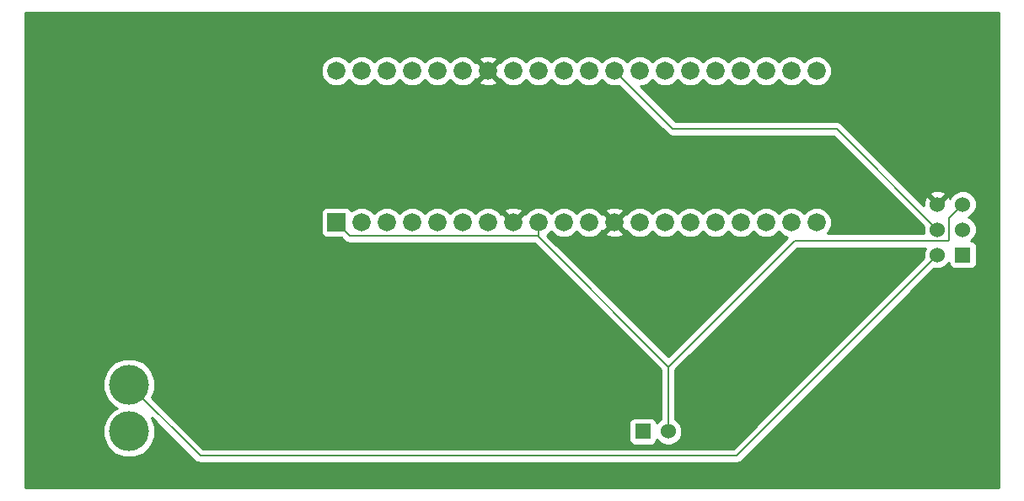
<source format=gbl>
G04 (created by PCBNEW-RS274X (2012-01-18 BZR 3371)-testing) date Sat 16 Jun 2012 05:28:33 AM EDT*
G01*
G70*
G90*
%MOIN*%
G04 Gerber Fmt 3.4, Leading zero omitted, Abs format*
%FSLAX34Y34*%
G04 APERTURE LIST*
%ADD10C,0.006000*%
%ADD11R,0.060000X0.060000*%
%ADD12C,0.060000*%
%ADD13C,0.157500*%
%ADD14R,0.072000X0.072000*%
%ADD15C,0.072000*%
%ADD16C,0.008000*%
%ADD17C,0.010000*%
G04 APERTURE END LIST*
G54D10*
G54D11*
X61130Y-27732D03*
G54D12*
X60130Y-27732D03*
X61130Y-26732D03*
X60130Y-26732D03*
X61130Y-25732D03*
X60130Y-25732D03*
G54D11*
X48477Y-34722D03*
G54D12*
X49477Y-34722D03*
G54D13*
X28150Y-32874D03*
X28150Y-34724D03*
G54D14*
X36350Y-26450D03*
G54D15*
X37350Y-20450D03*
X36350Y-20450D03*
X38350Y-20450D03*
X55350Y-20450D03*
X54350Y-20450D03*
X53350Y-20450D03*
X52350Y-20450D03*
X51350Y-20450D03*
X50350Y-20450D03*
X49350Y-20450D03*
X48350Y-20450D03*
X47350Y-20450D03*
X46350Y-20450D03*
X45350Y-20450D03*
X44350Y-20450D03*
X43350Y-20450D03*
X41350Y-20450D03*
X42350Y-20450D03*
X40350Y-20450D03*
X39350Y-20450D03*
X55350Y-26450D03*
X37350Y-26450D03*
X38350Y-26450D03*
X39350Y-26450D03*
X40350Y-26450D03*
X41350Y-26450D03*
X42350Y-26450D03*
X43350Y-26450D03*
X44350Y-26450D03*
X45350Y-26450D03*
X46350Y-26450D03*
X47350Y-26450D03*
X48350Y-26450D03*
X49350Y-26450D03*
X50350Y-26450D03*
X51350Y-26450D03*
X52350Y-26450D03*
X53350Y-26450D03*
X54350Y-26450D03*
G54D16*
X56151Y-22753D02*
X60130Y-26732D01*
X49653Y-22753D02*
X56151Y-22753D01*
X47350Y-20450D02*
X49653Y-22753D01*
X49477Y-32167D02*
X49477Y-34722D01*
X44306Y-26996D02*
X49477Y-32167D01*
X49477Y-32167D02*
X54468Y-27176D01*
X54468Y-27176D02*
X60564Y-27176D01*
X60564Y-27176D02*
X60586Y-27154D01*
X60586Y-27154D02*
X60586Y-26276D01*
X44306Y-26996D02*
X36896Y-26996D01*
X36896Y-26996D02*
X36350Y-26450D01*
X44350Y-26450D02*
X44350Y-26952D01*
X44350Y-26952D02*
X44306Y-26996D01*
X60586Y-26276D02*
X61130Y-25732D01*
X52169Y-35693D02*
X60130Y-27732D01*
X30969Y-35693D02*
X52169Y-35693D01*
X28150Y-32874D02*
X30969Y-35693D01*
G54D10*
G36*
X62548Y-36958D02*
X61679Y-36958D01*
X61679Y-28082D01*
X61679Y-27983D01*
X61679Y-27383D01*
X61641Y-27291D01*
X61571Y-27221D01*
X61480Y-27183D01*
X61455Y-27183D01*
X61595Y-27043D01*
X61679Y-26841D01*
X61679Y-26623D01*
X61595Y-26421D01*
X61441Y-26267D01*
X61356Y-26232D01*
X61441Y-26197D01*
X61595Y-26043D01*
X61679Y-25841D01*
X61679Y-25623D01*
X61595Y-25421D01*
X61441Y-25267D01*
X61239Y-25183D01*
X61021Y-25183D01*
X60819Y-25267D01*
X60665Y-25421D01*
X60632Y-25499D01*
X60610Y-25446D01*
X60515Y-25417D01*
X60445Y-25487D01*
X60445Y-25347D01*
X60416Y-25252D01*
X60211Y-25179D01*
X59993Y-25190D01*
X59844Y-25252D01*
X59815Y-25347D01*
X60130Y-25661D01*
X60445Y-25347D01*
X60445Y-25487D01*
X60201Y-25732D01*
X60130Y-25803D01*
X60059Y-25732D01*
X60024Y-25697D01*
X59745Y-25417D01*
X59650Y-25446D01*
X59577Y-25651D01*
X59583Y-25775D01*
X56356Y-22548D01*
X56262Y-22485D01*
X56151Y-22463D01*
X49773Y-22463D01*
X48369Y-21059D01*
X48471Y-21059D01*
X48695Y-20966D01*
X48850Y-20811D01*
X49005Y-20966D01*
X49229Y-21059D01*
X49471Y-21059D01*
X49695Y-20966D01*
X49850Y-20811D01*
X50005Y-20966D01*
X50229Y-21059D01*
X50471Y-21059D01*
X50695Y-20966D01*
X50850Y-20811D01*
X51005Y-20966D01*
X51229Y-21059D01*
X51471Y-21059D01*
X51695Y-20966D01*
X51850Y-20811D01*
X52005Y-20966D01*
X52229Y-21059D01*
X52471Y-21059D01*
X52695Y-20966D01*
X52850Y-20811D01*
X53005Y-20966D01*
X53229Y-21059D01*
X53471Y-21059D01*
X53695Y-20966D01*
X53850Y-20811D01*
X54005Y-20966D01*
X54229Y-21059D01*
X54471Y-21059D01*
X54695Y-20966D01*
X54850Y-20811D01*
X55005Y-20966D01*
X55229Y-21059D01*
X55471Y-21059D01*
X55695Y-20966D01*
X55866Y-20795D01*
X55959Y-20571D01*
X55959Y-20329D01*
X55866Y-20105D01*
X55695Y-19934D01*
X55471Y-19841D01*
X55229Y-19841D01*
X55005Y-19934D01*
X54850Y-20089D01*
X54695Y-19934D01*
X54471Y-19841D01*
X54229Y-19841D01*
X54005Y-19934D01*
X53850Y-20089D01*
X53695Y-19934D01*
X53471Y-19841D01*
X53229Y-19841D01*
X53005Y-19934D01*
X52850Y-20089D01*
X52695Y-19934D01*
X52471Y-19841D01*
X52229Y-19841D01*
X52005Y-19934D01*
X51850Y-20089D01*
X51695Y-19934D01*
X51471Y-19841D01*
X51229Y-19841D01*
X51005Y-19934D01*
X50850Y-20089D01*
X50695Y-19934D01*
X50471Y-19841D01*
X50229Y-19841D01*
X50005Y-19934D01*
X49850Y-20089D01*
X49695Y-19934D01*
X49471Y-19841D01*
X49229Y-19841D01*
X49005Y-19934D01*
X48850Y-20089D01*
X48695Y-19934D01*
X48471Y-19841D01*
X48229Y-19841D01*
X48005Y-19934D01*
X47850Y-20089D01*
X47695Y-19934D01*
X47471Y-19841D01*
X47229Y-19841D01*
X47005Y-19934D01*
X46850Y-20089D01*
X46695Y-19934D01*
X46471Y-19841D01*
X46229Y-19841D01*
X46005Y-19934D01*
X45850Y-20089D01*
X45695Y-19934D01*
X45471Y-19841D01*
X45229Y-19841D01*
X45005Y-19934D01*
X44850Y-20089D01*
X44695Y-19934D01*
X44471Y-19841D01*
X44229Y-19841D01*
X44005Y-19934D01*
X43850Y-20089D01*
X43695Y-19934D01*
X43471Y-19841D01*
X43229Y-19841D01*
X43005Y-19934D01*
X42834Y-20105D01*
X42831Y-20110D01*
X42779Y-20092D01*
X42708Y-20163D01*
X42708Y-20021D01*
X42673Y-19920D01*
X42445Y-19837D01*
X42204Y-19847D01*
X42027Y-19920D01*
X41992Y-20021D01*
X42350Y-20379D01*
X42708Y-20021D01*
X42708Y-20163D01*
X42421Y-20450D01*
X42779Y-20808D01*
X42831Y-20789D01*
X42834Y-20795D01*
X43005Y-20966D01*
X43229Y-21059D01*
X43471Y-21059D01*
X43695Y-20966D01*
X43850Y-20811D01*
X44005Y-20966D01*
X44229Y-21059D01*
X44471Y-21059D01*
X44695Y-20966D01*
X44850Y-20811D01*
X45005Y-20966D01*
X45229Y-21059D01*
X45471Y-21059D01*
X45695Y-20966D01*
X45850Y-20811D01*
X46005Y-20966D01*
X46229Y-21059D01*
X46471Y-21059D01*
X46695Y-20966D01*
X46850Y-20811D01*
X47005Y-20966D01*
X47229Y-21059D01*
X47471Y-21059D01*
X47526Y-21036D01*
X49447Y-22957D01*
X49448Y-22958D01*
X49541Y-23020D01*
X49542Y-23021D01*
X49652Y-23042D01*
X49653Y-23043D01*
X56031Y-23043D01*
X59589Y-26601D01*
X59581Y-26623D01*
X59581Y-26841D01*
X59599Y-26886D01*
X55775Y-26886D01*
X55866Y-26795D01*
X55959Y-26571D01*
X55959Y-26329D01*
X55866Y-26105D01*
X55695Y-25934D01*
X55471Y-25841D01*
X55229Y-25841D01*
X55005Y-25934D01*
X54850Y-26089D01*
X54695Y-25934D01*
X54471Y-25841D01*
X54229Y-25841D01*
X54005Y-25934D01*
X53850Y-26089D01*
X53695Y-25934D01*
X53471Y-25841D01*
X53229Y-25841D01*
X53005Y-25934D01*
X52850Y-26089D01*
X52695Y-25934D01*
X52471Y-25841D01*
X52229Y-25841D01*
X52005Y-25934D01*
X51850Y-26089D01*
X51695Y-25934D01*
X51471Y-25841D01*
X51229Y-25841D01*
X51005Y-25934D01*
X50850Y-26089D01*
X50695Y-25934D01*
X50471Y-25841D01*
X50229Y-25841D01*
X50005Y-25934D01*
X49850Y-26089D01*
X49695Y-25934D01*
X49471Y-25841D01*
X49229Y-25841D01*
X49005Y-25934D01*
X48850Y-26089D01*
X48695Y-25934D01*
X48471Y-25841D01*
X48229Y-25841D01*
X48005Y-25934D01*
X47834Y-26105D01*
X47831Y-26110D01*
X47779Y-26092D01*
X47708Y-26163D01*
X47708Y-26021D01*
X47673Y-25920D01*
X47445Y-25837D01*
X47204Y-25847D01*
X47027Y-25920D01*
X46992Y-26021D01*
X47350Y-26379D01*
X47708Y-26021D01*
X47708Y-26163D01*
X47421Y-26450D01*
X47779Y-26808D01*
X47831Y-26789D01*
X47834Y-26795D01*
X48005Y-26966D01*
X48229Y-27059D01*
X48471Y-27059D01*
X48695Y-26966D01*
X48850Y-26811D01*
X49005Y-26966D01*
X49229Y-27059D01*
X49471Y-27059D01*
X49695Y-26966D01*
X49850Y-26811D01*
X50005Y-26966D01*
X50229Y-27059D01*
X50471Y-27059D01*
X50695Y-26966D01*
X50850Y-26811D01*
X51005Y-26966D01*
X51229Y-27059D01*
X51471Y-27059D01*
X51695Y-26966D01*
X51850Y-26811D01*
X52005Y-26966D01*
X52229Y-27059D01*
X52471Y-27059D01*
X52695Y-26966D01*
X52850Y-26811D01*
X53005Y-26966D01*
X53229Y-27059D01*
X53471Y-27059D01*
X53695Y-26966D01*
X53850Y-26811D01*
X54005Y-26966D01*
X54190Y-27043D01*
X49477Y-31757D01*
X47708Y-29988D01*
X47708Y-26879D01*
X47350Y-26521D01*
X46992Y-26879D01*
X47027Y-26980D01*
X47255Y-27063D01*
X47496Y-27053D01*
X47673Y-26980D01*
X47708Y-26879D01*
X47708Y-29988D01*
X44688Y-26968D01*
X44695Y-26966D01*
X44850Y-26811D01*
X45005Y-26966D01*
X45229Y-27059D01*
X45471Y-27059D01*
X45695Y-26966D01*
X45850Y-26811D01*
X46005Y-26966D01*
X46229Y-27059D01*
X46471Y-27059D01*
X46695Y-26966D01*
X46866Y-26795D01*
X46868Y-26789D01*
X46921Y-26808D01*
X47279Y-26450D01*
X46921Y-26092D01*
X46868Y-26110D01*
X46866Y-26105D01*
X46695Y-25934D01*
X46471Y-25841D01*
X46229Y-25841D01*
X46005Y-25934D01*
X45850Y-26089D01*
X45695Y-25934D01*
X45471Y-25841D01*
X45229Y-25841D01*
X45005Y-25934D01*
X44850Y-26089D01*
X44695Y-25934D01*
X44471Y-25841D01*
X44229Y-25841D01*
X44005Y-25934D01*
X43834Y-26105D01*
X43831Y-26110D01*
X43779Y-26092D01*
X43708Y-26163D01*
X43708Y-26021D01*
X43673Y-25920D01*
X43445Y-25837D01*
X43204Y-25847D01*
X43027Y-25920D01*
X42992Y-26021D01*
X43350Y-26379D01*
X43708Y-26021D01*
X43708Y-26163D01*
X43456Y-26415D01*
X43421Y-26450D01*
X43350Y-26521D01*
X43279Y-26450D01*
X43244Y-26415D01*
X42921Y-26092D01*
X42868Y-26110D01*
X42866Y-26105D01*
X42708Y-25947D01*
X42708Y-20879D01*
X42350Y-20521D01*
X42279Y-20592D01*
X42279Y-20450D01*
X41921Y-20092D01*
X41868Y-20110D01*
X41866Y-20105D01*
X41695Y-19934D01*
X41471Y-19841D01*
X41229Y-19841D01*
X41005Y-19934D01*
X40850Y-20089D01*
X40695Y-19934D01*
X40471Y-19841D01*
X40229Y-19841D01*
X40005Y-19934D01*
X39850Y-20089D01*
X39695Y-19934D01*
X39471Y-19841D01*
X39229Y-19841D01*
X39005Y-19934D01*
X38850Y-20089D01*
X38695Y-19934D01*
X38471Y-19841D01*
X38229Y-19841D01*
X38005Y-19934D01*
X37850Y-20089D01*
X37695Y-19934D01*
X37471Y-19841D01*
X37229Y-19841D01*
X37005Y-19934D01*
X36850Y-20089D01*
X36695Y-19934D01*
X36471Y-19841D01*
X36229Y-19841D01*
X36005Y-19934D01*
X35834Y-20105D01*
X35741Y-20329D01*
X35741Y-20571D01*
X35834Y-20795D01*
X36005Y-20966D01*
X36229Y-21059D01*
X36471Y-21059D01*
X36695Y-20966D01*
X36850Y-20811D01*
X37005Y-20966D01*
X37229Y-21059D01*
X37471Y-21059D01*
X37695Y-20966D01*
X37850Y-20811D01*
X38005Y-20966D01*
X38229Y-21059D01*
X38471Y-21059D01*
X38695Y-20966D01*
X38850Y-20811D01*
X39005Y-20966D01*
X39229Y-21059D01*
X39471Y-21059D01*
X39695Y-20966D01*
X39850Y-20811D01*
X40005Y-20966D01*
X40229Y-21059D01*
X40471Y-21059D01*
X40695Y-20966D01*
X40850Y-20811D01*
X41005Y-20966D01*
X41229Y-21059D01*
X41471Y-21059D01*
X41695Y-20966D01*
X41866Y-20795D01*
X41868Y-20789D01*
X41921Y-20808D01*
X42279Y-20450D01*
X42279Y-20592D01*
X41992Y-20879D01*
X42027Y-20980D01*
X42255Y-21063D01*
X42496Y-21053D01*
X42673Y-20980D01*
X42708Y-20879D01*
X42708Y-25947D01*
X42695Y-25934D01*
X42471Y-25841D01*
X42229Y-25841D01*
X42005Y-25934D01*
X41850Y-26089D01*
X41695Y-25934D01*
X41471Y-25841D01*
X41229Y-25841D01*
X41005Y-25934D01*
X40850Y-26089D01*
X40695Y-25934D01*
X40471Y-25841D01*
X40229Y-25841D01*
X40005Y-25934D01*
X39850Y-26089D01*
X39695Y-25934D01*
X39471Y-25841D01*
X39229Y-25841D01*
X39005Y-25934D01*
X38850Y-26089D01*
X38695Y-25934D01*
X38471Y-25841D01*
X38229Y-25841D01*
X38005Y-25934D01*
X37850Y-26089D01*
X37695Y-25934D01*
X37471Y-25841D01*
X37229Y-25841D01*
X37005Y-25934D01*
X36941Y-25997D01*
X36921Y-25949D01*
X36851Y-25879D01*
X36760Y-25841D01*
X36661Y-25841D01*
X35941Y-25841D01*
X35849Y-25879D01*
X35779Y-25949D01*
X35741Y-26040D01*
X35741Y-26139D01*
X35741Y-26859D01*
X35779Y-26951D01*
X35849Y-27021D01*
X35940Y-27059D01*
X36039Y-27059D01*
X36549Y-27059D01*
X36691Y-27201D01*
X36785Y-27264D01*
X36896Y-27286D01*
X44186Y-27286D01*
X49187Y-32287D01*
X49187Y-34248D01*
X49166Y-34257D01*
X49026Y-34397D01*
X49026Y-34373D01*
X48988Y-34281D01*
X48918Y-34211D01*
X48827Y-34173D01*
X48728Y-34173D01*
X48128Y-34173D01*
X48036Y-34211D01*
X47966Y-34281D01*
X47928Y-34372D01*
X47928Y-34471D01*
X47928Y-35071D01*
X47966Y-35163D01*
X48036Y-35233D01*
X48127Y-35271D01*
X48226Y-35271D01*
X48826Y-35271D01*
X48918Y-35233D01*
X48988Y-35163D01*
X49026Y-35072D01*
X49026Y-35047D01*
X49166Y-35187D01*
X49368Y-35271D01*
X49586Y-35271D01*
X49788Y-35187D01*
X49942Y-35033D01*
X50026Y-34831D01*
X50026Y-34613D01*
X49942Y-34411D01*
X49788Y-34257D01*
X49767Y-34248D01*
X49767Y-32287D01*
X54588Y-27466D01*
X59646Y-27466D01*
X59581Y-27623D01*
X59581Y-27841D01*
X59589Y-27862D01*
X52049Y-35403D01*
X31089Y-35403D01*
X29063Y-33377D01*
X29187Y-33081D01*
X29187Y-32669D01*
X29030Y-32288D01*
X28738Y-31996D01*
X28357Y-31837D01*
X27945Y-31837D01*
X27564Y-31994D01*
X27272Y-32286D01*
X27113Y-32667D01*
X27113Y-33079D01*
X27270Y-33460D01*
X27562Y-33752D01*
X27673Y-33798D01*
X27564Y-33844D01*
X27272Y-34136D01*
X27113Y-34517D01*
X27113Y-34929D01*
X27270Y-35310D01*
X27562Y-35602D01*
X27943Y-35761D01*
X28355Y-35761D01*
X28736Y-35604D01*
X29028Y-35312D01*
X29187Y-34931D01*
X29187Y-34519D01*
X29048Y-34182D01*
X30763Y-35898D01*
X30764Y-35898D01*
X30858Y-35961D01*
X30969Y-35983D01*
X52169Y-35983D01*
X52280Y-35961D01*
X52374Y-35898D01*
X59999Y-28272D01*
X60021Y-28281D01*
X60239Y-28281D01*
X60441Y-28197D01*
X60581Y-28057D01*
X60581Y-28081D01*
X60619Y-28173D01*
X60689Y-28243D01*
X60780Y-28281D01*
X60879Y-28281D01*
X61479Y-28281D01*
X61571Y-28243D01*
X61641Y-28173D01*
X61679Y-28082D01*
X61679Y-36958D01*
X24066Y-36958D01*
X24066Y-18160D01*
X62548Y-18160D01*
X62548Y-36958D01*
X62548Y-36958D01*
G37*
G54D17*
X62548Y-36958D02*
X61679Y-36958D01*
X61679Y-28082D01*
X61679Y-27983D01*
X61679Y-27383D01*
X61641Y-27291D01*
X61571Y-27221D01*
X61480Y-27183D01*
X61455Y-27183D01*
X61595Y-27043D01*
X61679Y-26841D01*
X61679Y-26623D01*
X61595Y-26421D01*
X61441Y-26267D01*
X61356Y-26232D01*
X61441Y-26197D01*
X61595Y-26043D01*
X61679Y-25841D01*
X61679Y-25623D01*
X61595Y-25421D01*
X61441Y-25267D01*
X61239Y-25183D01*
X61021Y-25183D01*
X60819Y-25267D01*
X60665Y-25421D01*
X60632Y-25499D01*
X60610Y-25446D01*
X60515Y-25417D01*
X60445Y-25487D01*
X60445Y-25347D01*
X60416Y-25252D01*
X60211Y-25179D01*
X59993Y-25190D01*
X59844Y-25252D01*
X59815Y-25347D01*
X60130Y-25661D01*
X60445Y-25347D01*
X60445Y-25487D01*
X60201Y-25732D01*
X60130Y-25803D01*
X60059Y-25732D01*
X60024Y-25697D01*
X59745Y-25417D01*
X59650Y-25446D01*
X59577Y-25651D01*
X59583Y-25775D01*
X56356Y-22548D01*
X56262Y-22485D01*
X56151Y-22463D01*
X49773Y-22463D01*
X48369Y-21059D01*
X48471Y-21059D01*
X48695Y-20966D01*
X48850Y-20811D01*
X49005Y-20966D01*
X49229Y-21059D01*
X49471Y-21059D01*
X49695Y-20966D01*
X49850Y-20811D01*
X50005Y-20966D01*
X50229Y-21059D01*
X50471Y-21059D01*
X50695Y-20966D01*
X50850Y-20811D01*
X51005Y-20966D01*
X51229Y-21059D01*
X51471Y-21059D01*
X51695Y-20966D01*
X51850Y-20811D01*
X52005Y-20966D01*
X52229Y-21059D01*
X52471Y-21059D01*
X52695Y-20966D01*
X52850Y-20811D01*
X53005Y-20966D01*
X53229Y-21059D01*
X53471Y-21059D01*
X53695Y-20966D01*
X53850Y-20811D01*
X54005Y-20966D01*
X54229Y-21059D01*
X54471Y-21059D01*
X54695Y-20966D01*
X54850Y-20811D01*
X55005Y-20966D01*
X55229Y-21059D01*
X55471Y-21059D01*
X55695Y-20966D01*
X55866Y-20795D01*
X55959Y-20571D01*
X55959Y-20329D01*
X55866Y-20105D01*
X55695Y-19934D01*
X55471Y-19841D01*
X55229Y-19841D01*
X55005Y-19934D01*
X54850Y-20089D01*
X54695Y-19934D01*
X54471Y-19841D01*
X54229Y-19841D01*
X54005Y-19934D01*
X53850Y-20089D01*
X53695Y-19934D01*
X53471Y-19841D01*
X53229Y-19841D01*
X53005Y-19934D01*
X52850Y-20089D01*
X52695Y-19934D01*
X52471Y-19841D01*
X52229Y-19841D01*
X52005Y-19934D01*
X51850Y-20089D01*
X51695Y-19934D01*
X51471Y-19841D01*
X51229Y-19841D01*
X51005Y-19934D01*
X50850Y-20089D01*
X50695Y-19934D01*
X50471Y-19841D01*
X50229Y-19841D01*
X50005Y-19934D01*
X49850Y-20089D01*
X49695Y-19934D01*
X49471Y-19841D01*
X49229Y-19841D01*
X49005Y-19934D01*
X48850Y-20089D01*
X48695Y-19934D01*
X48471Y-19841D01*
X48229Y-19841D01*
X48005Y-19934D01*
X47850Y-20089D01*
X47695Y-19934D01*
X47471Y-19841D01*
X47229Y-19841D01*
X47005Y-19934D01*
X46850Y-20089D01*
X46695Y-19934D01*
X46471Y-19841D01*
X46229Y-19841D01*
X46005Y-19934D01*
X45850Y-20089D01*
X45695Y-19934D01*
X45471Y-19841D01*
X45229Y-19841D01*
X45005Y-19934D01*
X44850Y-20089D01*
X44695Y-19934D01*
X44471Y-19841D01*
X44229Y-19841D01*
X44005Y-19934D01*
X43850Y-20089D01*
X43695Y-19934D01*
X43471Y-19841D01*
X43229Y-19841D01*
X43005Y-19934D01*
X42834Y-20105D01*
X42831Y-20110D01*
X42779Y-20092D01*
X42708Y-20163D01*
X42708Y-20021D01*
X42673Y-19920D01*
X42445Y-19837D01*
X42204Y-19847D01*
X42027Y-19920D01*
X41992Y-20021D01*
X42350Y-20379D01*
X42708Y-20021D01*
X42708Y-20163D01*
X42421Y-20450D01*
X42779Y-20808D01*
X42831Y-20789D01*
X42834Y-20795D01*
X43005Y-20966D01*
X43229Y-21059D01*
X43471Y-21059D01*
X43695Y-20966D01*
X43850Y-20811D01*
X44005Y-20966D01*
X44229Y-21059D01*
X44471Y-21059D01*
X44695Y-20966D01*
X44850Y-20811D01*
X45005Y-20966D01*
X45229Y-21059D01*
X45471Y-21059D01*
X45695Y-20966D01*
X45850Y-20811D01*
X46005Y-20966D01*
X46229Y-21059D01*
X46471Y-21059D01*
X46695Y-20966D01*
X46850Y-20811D01*
X47005Y-20966D01*
X47229Y-21059D01*
X47471Y-21059D01*
X47526Y-21036D01*
X49447Y-22957D01*
X49448Y-22958D01*
X49541Y-23020D01*
X49542Y-23021D01*
X49652Y-23042D01*
X49653Y-23043D01*
X56031Y-23043D01*
X59589Y-26601D01*
X59581Y-26623D01*
X59581Y-26841D01*
X59599Y-26886D01*
X55775Y-26886D01*
X55866Y-26795D01*
X55959Y-26571D01*
X55959Y-26329D01*
X55866Y-26105D01*
X55695Y-25934D01*
X55471Y-25841D01*
X55229Y-25841D01*
X55005Y-25934D01*
X54850Y-26089D01*
X54695Y-25934D01*
X54471Y-25841D01*
X54229Y-25841D01*
X54005Y-25934D01*
X53850Y-26089D01*
X53695Y-25934D01*
X53471Y-25841D01*
X53229Y-25841D01*
X53005Y-25934D01*
X52850Y-26089D01*
X52695Y-25934D01*
X52471Y-25841D01*
X52229Y-25841D01*
X52005Y-25934D01*
X51850Y-26089D01*
X51695Y-25934D01*
X51471Y-25841D01*
X51229Y-25841D01*
X51005Y-25934D01*
X50850Y-26089D01*
X50695Y-25934D01*
X50471Y-25841D01*
X50229Y-25841D01*
X50005Y-25934D01*
X49850Y-26089D01*
X49695Y-25934D01*
X49471Y-25841D01*
X49229Y-25841D01*
X49005Y-25934D01*
X48850Y-26089D01*
X48695Y-25934D01*
X48471Y-25841D01*
X48229Y-25841D01*
X48005Y-25934D01*
X47834Y-26105D01*
X47831Y-26110D01*
X47779Y-26092D01*
X47708Y-26163D01*
X47708Y-26021D01*
X47673Y-25920D01*
X47445Y-25837D01*
X47204Y-25847D01*
X47027Y-25920D01*
X46992Y-26021D01*
X47350Y-26379D01*
X47708Y-26021D01*
X47708Y-26163D01*
X47421Y-26450D01*
X47779Y-26808D01*
X47831Y-26789D01*
X47834Y-26795D01*
X48005Y-26966D01*
X48229Y-27059D01*
X48471Y-27059D01*
X48695Y-26966D01*
X48850Y-26811D01*
X49005Y-26966D01*
X49229Y-27059D01*
X49471Y-27059D01*
X49695Y-26966D01*
X49850Y-26811D01*
X50005Y-26966D01*
X50229Y-27059D01*
X50471Y-27059D01*
X50695Y-26966D01*
X50850Y-26811D01*
X51005Y-26966D01*
X51229Y-27059D01*
X51471Y-27059D01*
X51695Y-26966D01*
X51850Y-26811D01*
X52005Y-26966D01*
X52229Y-27059D01*
X52471Y-27059D01*
X52695Y-26966D01*
X52850Y-26811D01*
X53005Y-26966D01*
X53229Y-27059D01*
X53471Y-27059D01*
X53695Y-26966D01*
X53850Y-26811D01*
X54005Y-26966D01*
X54190Y-27043D01*
X49477Y-31757D01*
X47708Y-29988D01*
X47708Y-26879D01*
X47350Y-26521D01*
X46992Y-26879D01*
X47027Y-26980D01*
X47255Y-27063D01*
X47496Y-27053D01*
X47673Y-26980D01*
X47708Y-26879D01*
X47708Y-29988D01*
X44688Y-26968D01*
X44695Y-26966D01*
X44850Y-26811D01*
X45005Y-26966D01*
X45229Y-27059D01*
X45471Y-27059D01*
X45695Y-26966D01*
X45850Y-26811D01*
X46005Y-26966D01*
X46229Y-27059D01*
X46471Y-27059D01*
X46695Y-26966D01*
X46866Y-26795D01*
X46868Y-26789D01*
X46921Y-26808D01*
X47279Y-26450D01*
X46921Y-26092D01*
X46868Y-26110D01*
X46866Y-26105D01*
X46695Y-25934D01*
X46471Y-25841D01*
X46229Y-25841D01*
X46005Y-25934D01*
X45850Y-26089D01*
X45695Y-25934D01*
X45471Y-25841D01*
X45229Y-25841D01*
X45005Y-25934D01*
X44850Y-26089D01*
X44695Y-25934D01*
X44471Y-25841D01*
X44229Y-25841D01*
X44005Y-25934D01*
X43834Y-26105D01*
X43831Y-26110D01*
X43779Y-26092D01*
X43708Y-26163D01*
X43708Y-26021D01*
X43673Y-25920D01*
X43445Y-25837D01*
X43204Y-25847D01*
X43027Y-25920D01*
X42992Y-26021D01*
X43350Y-26379D01*
X43708Y-26021D01*
X43708Y-26163D01*
X43456Y-26415D01*
X43421Y-26450D01*
X43350Y-26521D01*
X43279Y-26450D01*
X43244Y-26415D01*
X42921Y-26092D01*
X42868Y-26110D01*
X42866Y-26105D01*
X42708Y-25947D01*
X42708Y-20879D01*
X42350Y-20521D01*
X42279Y-20592D01*
X42279Y-20450D01*
X41921Y-20092D01*
X41868Y-20110D01*
X41866Y-20105D01*
X41695Y-19934D01*
X41471Y-19841D01*
X41229Y-19841D01*
X41005Y-19934D01*
X40850Y-20089D01*
X40695Y-19934D01*
X40471Y-19841D01*
X40229Y-19841D01*
X40005Y-19934D01*
X39850Y-20089D01*
X39695Y-19934D01*
X39471Y-19841D01*
X39229Y-19841D01*
X39005Y-19934D01*
X38850Y-20089D01*
X38695Y-19934D01*
X38471Y-19841D01*
X38229Y-19841D01*
X38005Y-19934D01*
X37850Y-20089D01*
X37695Y-19934D01*
X37471Y-19841D01*
X37229Y-19841D01*
X37005Y-19934D01*
X36850Y-20089D01*
X36695Y-19934D01*
X36471Y-19841D01*
X36229Y-19841D01*
X36005Y-19934D01*
X35834Y-20105D01*
X35741Y-20329D01*
X35741Y-20571D01*
X35834Y-20795D01*
X36005Y-20966D01*
X36229Y-21059D01*
X36471Y-21059D01*
X36695Y-20966D01*
X36850Y-20811D01*
X37005Y-20966D01*
X37229Y-21059D01*
X37471Y-21059D01*
X37695Y-20966D01*
X37850Y-20811D01*
X38005Y-20966D01*
X38229Y-21059D01*
X38471Y-21059D01*
X38695Y-20966D01*
X38850Y-20811D01*
X39005Y-20966D01*
X39229Y-21059D01*
X39471Y-21059D01*
X39695Y-20966D01*
X39850Y-20811D01*
X40005Y-20966D01*
X40229Y-21059D01*
X40471Y-21059D01*
X40695Y-20966D01*
X40850Y-20811D01*
X41005Y-20966D01*
X41229Y-21059D01*
X41471Y-21059D01*
X41695Y-20966D01*
X41866Y-20795D01*
X41868Y-20789D01*
X41921Y-20808D01*
X42279Y-20450D01*
X42279Y-20592D01*
X41992Y-20879D01*
X42027Y-20980D01*
X42255Y-21063D01*
X42496Y-21053D01*
X42673Y-20980D01*
X42708Y-20879D01*
X42708Y-25947D01*
X42695Y-25934D01*
X42471Y-25841D01*
X42229Y-25841D01*
X42005Y-25934D01*
X41850Y-26089D01*
X41695Y-25934D01*
X41471Y-25841D01*
X41229Y-25841D01*
X41005Y-25934D01*
X40850Y-26089D01*
X40695Y-25934D01*
X40471Y-25841D01*
X40229Y-25841D01*
X40005Y-25934D01*
X39850Y-26089D01*
X39695Y-25934D01*
X39471Y-25841D01*
X39229Y-25841D01*
X39005Y-25934D01*
X38850Y-26089D01*
X38695Y-25934D01*
X38471Y-25841D01*
X38229Y-25841D01*
X38005Y-25934D01*
X37850Y-26089D01*
X37695Y-25934D01*
X37471Y-25841D01*
X37229Y-25841D01*
X37005Y-25934D01*
X36941Y-25997D01*
X36921Y-25949D01*
X36851Y-25879D01*
X36760Y-25841D01*
X36661Y-25841D01*
X35941Y-25841D01*
X35849Y-25879D01*
X35779Y-25949D01*
X35741Y-26040D01*
X35741Y-26139D01*
X35741Y-26859D01*
X35779Y-26951D01*
X35849Y-27021D01*
X35940Y-27059D01*
X36039Y-27059D01*
X36549Y-27059D01*
X36691Y-27201D01*
X36785Y-27264D01*
X36896Y-27286D01*
X44186Y-27286D01*
X49187Y-32287D01*
X49187Y-34248D01*
X49166Y-34257D01*
X49026Y-34397D01*
X49026Y-34373D01*
X48988Y-34281D01*
X48918Y-34211D01*
X48827Y-34173D01*
X48728Y-34173D01*
X48128Y-34173D01*
X48036Y-34211D01*
X47966Y-34281D01*
X47928Y-34372D01*
X47928Y-34471D01*
X47928Y-35071D01*
X47966Y-35163D01*
X48036Y-35233D01*
X48127Y-35271D01*
X48226Y-35271D01*
X48826Y-35271D01*
X48918Y-35233D01*
X48988Y-35163D01*
X49026Y-35072D01*
X49026Y-35047D01*
X49166Y-35187D01*
X49368Y-35271D01*
X49586Y-35271D01*
X49788Y-35187D01*
X49942Y-35033D01*
X50026Y-34831D01*
X50026Y-34613D01*
X49942Y-34411D01*
X49788Y-34257D01*
X49767Y-34248D01*
X49767Y-32287D01*
X54588Y-27466D01*
X59646Y-27466D01*
X59581Y-27623D01*
X59581Y-27841D01*
X59589Y-27862D01*
X52049Y-35403D01*
X31089Y-35403D01*
X29063Y-33377D01*
X29187Y-33081D01*
X29187Y-32669D01*
X29030Y-32288D01*
X28738Y-31996D01*
X28357Y-31837D01*
X27945Y-31837D01*
X27564Y-31994D01*
X27272Y-32286D01*
X27113Y-32667D01*
X27113Y-33079D01*
X27270Y-33460D01*
X27562Y-33752D01*
X27673Y-33798D01*
X27564Y-33844D01*
X27272Y-34136D01*
X27113Y-34517D01*
X27113Y-34929D01*
X27270Y-35310D01*
X27562Y-35602D01*
X27943Y-35761D01*
X28355Y-35761D01*
X28736Y-35604D01*
X29028Y-35312D01*
X29187Y-34931D01*
X29187Y-34519D01*
X29048Y-34182D01*
X30763Y-35898D01*
X30764Y-35898D01*
X30858Y-35961D01*
X30969Y-35983D01*
X52169Y-35983D01*
X52280Y-35961D01*
X52374Y-35898D01*
X59999Y-28272D01*
X60021Y-28281D01*
X60239Y-28281D01*
X60441Y-28197D01*
X60581Y-28057D01*
X60581Y-28081D01*
X60619Y-28173D01*
X60689Y-28243D01*
X60780Y-28281D01*
X60879Y-28281D01*
X61479Y-28281D01*
X61571Y-28243D01*
X61641Y-28173D01*
X61679Y-28082D01*
X61679Y-36958D01*
X24066Y-36958D01*
X24066Y-18160D01*
X62548Y-18160D01*
X62548Y-36958D01*
M02*

</source>
